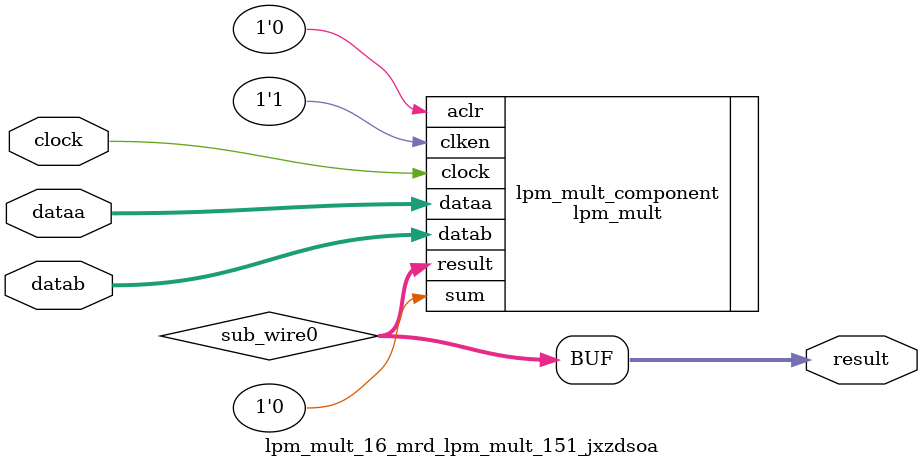
<source format=v>


`timescale 1 ps / 1 ps
// synopsys translate_on
module  lpm_mult_16_mrd_lpm_mult_151_jxzdsoa  (
            clock,
            dataa,
            datab,
            result);

            input  clock;
            input [15:0] dataa;
            input [15:0] datab;
            output [31:0] result;

            wire [31:0] sub_wire0;
            wire [31:0] result = sub_wire0[31:0];    

            lpm_mult        lpm_mult_component (
                                        .clock (clock),
                                        .dataa (dataa),
                                        .datab (datab),
                                        .result (sub_wire0),
                                        .aclr (1'b0),
                                        .clken (1'b1),
                                        .sum (1'b0));
            defparam
                    lpm_mult_component.lpm_hint = "DEDICATED_MULTIPLIER_CIRCUITRY=YES,MAXIMIZE_SPEED=9",
                    lpm_mult_component.lpm_pipeline = 1,
                    lpm_mult_component.lpm_representation = "SIGNED",
                    lpm_mult_component.lpm_type = "LPM_MULT",
                    lpm_mult_component.lpm_widtha = 16,
                    lpm_mult_component.lpm_widthb = 16,
                    lpm_mult_component.lpm_widthp = 32;


endmodule



</source>
